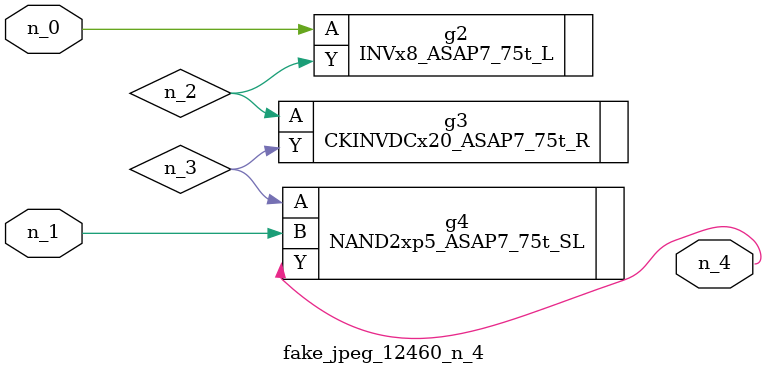
<source format=v>
module fake_jpeg_12460_n_4 (n_0, n_1, n_4);

input n_0;
input n_1;

output n_4;

wire n_2;
wire n_3;

INVx8_ASAP7_75t_L g2 ( 
.A(n_0),
.Y(n_2)
);

CKINVDCx20_ASAP7_75t_R g3 ( 
.A(n_2),
.Y(n_3)
);

NAND2xp5_ASAP7_75t_SL g4 ( 
.A(n_3),
.B(n_1),
.Y(n_4)
);


endmodule
</source>
